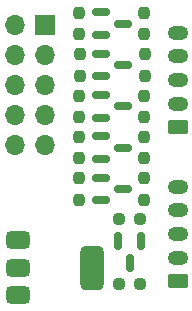
<source format=gts>
G04 #@! TF.GenerationSoftware,KiCad,Pcbnew,8.0.5*
G04 #@! TF.CreationDate,2025-02-14T04:05:41-05:00*
G04 #@! TF.ProjectId,UTSM Adaptor,5554534d-2041-4646-9170-746f722e6b69,rev?*
G04 #@! TF.SameCoordinates,Original*
G04 #@! TF.FileFunction,Soldermask,Top*
G04 #@! TF.FilePolarity,Negative*
%FSLAX46Y46*%
G04 Gerber Fmt 4.6, Leading zero omitted, Abs format (unit mm)*
G04 Created by KiCad (PCBNEW 8.0.5) date 2025-02-14 04:05:41*
%MOMM*%
%LPD*%
G01*
G04 APERTURE LIST*
G04 Aperture macros list*
%AMRoundRect*
0 Rectangle with rounded corners*
0 $1 Rounding radius*
0 $2 $3 $4 $5 $6 $7 $8 $9 X,Y pos of 4 corners*
0 Add a 4 corners polygon primitive as box body*
4,1,4,$2,$3,$4,$5,$6,$7,$8,$9,$2,$3,0*
0 Add four circle primitives for the rounded corners*
1,1,$1+$1,$2,$3*
1,1,$1+$1,$4,$5*
1,1,$1+$1,$6,$7*
1,1,$1+$1,$8,$9*
0 Add four rect primitives between the rounded corners*
20,1,$1+$1,$2,$3,$4,$5,0*
20,1,$1+$1,$4,$5,$6,$7,0*
20,1,$1+$1,$6,$7,$8,$9,0*
20,1,$1+$1,$8,$9,$2,$3,0*%
G04 Aperture macros list end*
%ADD10RoundRect,0.237500X-0.237500X0.250000X-0.237500X-0.250000X0.237500X-0.250000X0.237500X0.250000X0*%
%ADD11RoundRect,0.150000X-0.587500X-0.150000X0.587500X-0.150000X0.587500X0.150000X-0.587500X0.150000X0*%
%ADD12RoundRect,0.250000X0.625000X-0.350000X0.625000X0.350000X-0.625000X0.350000X-0.625000X-0.350000X0*%
%ADD13O,1.750000X1.200000*%
%ADD14RoundRect,0.237500X0.250000X0.237500X-0.250000X0.237500X-0.250000X-0.237500X0.250000X-0.237500X0*%
%ADD15RoundRect,0.237500X-0.250000X-0.237500X0.250000X-0.237500X0.250000X0.237500X-0.250000X0.237500X0*%
%ADD16RoundRect,0.375000X-0.625000X-0.375000X0.625000X-0.375000X0.625000X0.375000X-0.625000X0.375000X0*%
%ADD17RoundRect,0.500000X-0.500000X-1.400000X0.500000X-1.400000X0.500000X1.400000X-0.500000X1.400000X0*%
%ADD18RoundRect,0.150000X-0.150000X0.587500X-0.150000X-0.587500X0.150000X-0.587500X0.150000X0.587500X0*%
%ADD19R,1.700000X1.700000*%
%ADD20O,1.700000X1.700000*%
G04 APERTURE END LIST*
D10*
X118000000Y-62287500D03*
X118000000Y-64112500D03*
X123500000Y-62287500D03*
X123500000Y-64112500D03*
X123500000Y-55287500D03*
X123500000Y-57112500D03*
X118012500Y-58787500D03*
X118012500Y-60612500D03*
D11*
X119812500Y-65750000D03*
X119812500Y-67650000D03*
X121687500Y-66700000D03*
X119812500Y-58750000D03*
X119812500Y-60650000D03*
X121687500Y-59700000D03*
D10*
X118000000Y-65787500D03*
X118000000Y-67612500D03*
X118000000Y-69287500D03*
X118000000Y-71112500D03*
X123500000Y-69287500D03*
X123500000Y-71112500D03*
X123512500Y-58787500D03*
X123512500Y-60612500D03*
X118000000Y-55287500D03*
X118000000Y-57112500D03*
D12*
X126300000Y-64962500D03*
D13*
X126300000Y-62962500D03*
X126300000Y-60962500D03*
X126300000Y-58962500D03*
X126300000Y-56962500D03*
D10*
X123500000Y-65787500D03*
X123500000Y-67612500D03*
D14*
X123162500Y-72750000D03*
X121337500Y-72750000D03*
D15*
X121337500Y-78250000D03*
X123162500Y-78250000D03*
D16*
X112800000Y-74550000D03*
X112800000Y-76850000D03*
D17*
X119100000Y-76850000D03*
D16*
X112800000Y-79150000D03*
D12*
X126300000Y-78000000D03*
D13*
X126300000Y-76000000D03*
X126300000Y-74000000D03*
X126300000Y-72000000D03*
X126300000Y-70000000D03*
D11*
X119812500Y-62250000D03*
X119812500Y-64150000D03*
X121687500Y-63200000D03*
X119825000Y-55250000D03*
X119825000Y-57150000D03*
X121700000Y-56200000D03*
X119812500Y-69250000D03*
X119812500Y-71150000D03*
X121687500Y-70200000D03*
D18*
X123200000Y-74562500D03*
X121300000Y-74562500D03*
X122250000Y-76437500D03*
D19*
X115050000Y-56350000D03*
D20*
X112510000Y-56350000D03*
X115050000Y-58890000D03*
X112510000Y-58890000D03*
X115050000Y-61430000D03*
X112510000Y-61430000D03*
X115050000Y-63970000D03*
X112510000Y-63970000D03*
X115050000Y-66510000D03*
X112510000Y-66510000D03*
M02*

</source>
